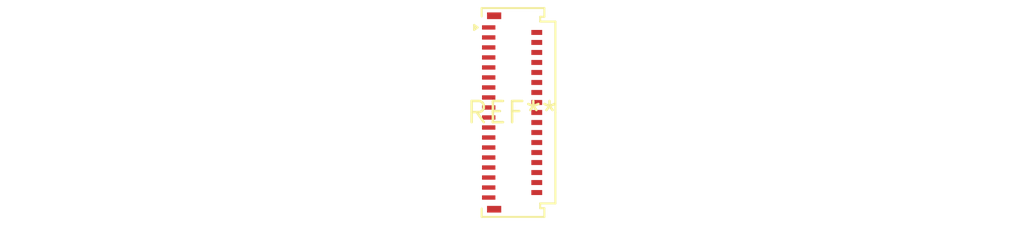
<source format=kicad_pcb>
(kicad_pcb (version 20240108) (generator pcbnew)
  (layers (0 "F.Cu" signal) (31 "B.Cu" signal) (34 "B.Paste" user) (35 "F.Paste" user) (36 "B.SilkS" user "B.Silkscreen") (37 "F.SilkS" user "F.Silkscreen") (38 "B.Mask" user) (39 "F.Mask" user) (44 "Edge.Cuts" user))
  (net 0 "")
  (footprint "Molex_502250-3591_2Rows-35Pins-1MP_P0.60mm_Horizontal" (layer "F.Cu") (at 0 0)
    (property "Reference" "REF**")
    (property "Value" "Molex_502250-3591_2Rows-35Pins-1MP_P0.60mm_Horizontal")
    (fp_line (start -2.272132 -5.25) (end -2.06 -5.1) (layer "F.SilkS") (stroke (width 0.12)))
    (fp_line (start -2.272132 -4.95) (end -2.272132 -5.25) (layer "F.SilkS") (stroke (width 0.12)))
    (fp_line (start -2.06 -5.1) (end -2.272132 -4.95) (layer "F.SilkS") (stroke (width 0.12)))
    (fp_line (start -1.82 -6.26) (end 1.93 -6.26) (layer "F.SilkS") (stroke (width 0.12)))
    (fp_line (start -1.82 -5.76) (end -1.82 -6.26) (layer "F.SilkS") (stroke (width 0.12)))
    (fp_line (start -1.82 5.76) (end -1.82 6.26) (layer "F.SilkS") (stroke (width 0.12)))
    (fp_line (start -1.82 6.26) (end 1.93 6.26) (layer "F.SilkS") (stroke (width 0.12)))
    (fp_line (start 1.68 -5.74) (end 1.68 -5.45) (layer "F.SilkS") (stroke (width 0.12)))
    (fp_line (start 1.68 -5.45) (end 2.59 -5.45) (layer "F.SilkS") (stroke (width 0.12)))
    (fp_line (start 1.68 5.45) (end 2.59 5.45) (layer "F.SilkS") (stroke (width 0.12)))
    (fp_line (start 1.68 5.74) (end 1.68 5.45) (layer "F.SilkS") (stroke (width 0.12)))
    (fp_line (start 1.93 -6.26) (end 1.93 -5.74) (layer "F.SilkS") (stroke (width 0.12)))
    (fp_line (start 1.93 -5.74) (end 1.68 -5.74) (layer "F.SilkS") (stroke (width 0.12)))
    (fp_line (start 1.93 5.74) (end 1.68 5.74) (layer "F.SilkS") (stroke (width 0.12)))
    (fp_line (start 1.93 6.26) (end 1.93 5.74) (layer "F.SilkS") (stroke (width 0.12)))
    (fp_line (start 2.59 -5.45) (end 2.59 0) (layer "F.SilkS") (stroke (width 0.12)))
    (fp_line (start 2.59 5.45) (end 2.59 0) (layer "F.SilkS") (stroke (width 0.12)))
    (pad "1" smd rect (at -1.4 -5.1) (size 0.8 0.26) (layers "F.Cu" "F.Paste" "F.Mask"))
    (pad "2" smd rect (at 1.475 -4.8) (size 0.65 0.3) (layers "F.Cu" "F.Paste" "F.Mask"))
    (pad "3" smd rect (at -1.4 -4.5) (size 0.8 0.26) (layers "F.Cu" "F.Paste" "F.Mask"))
    (pad "4" smd rect (at 1.475 -4.2) (size 0.65 0.3) (layers "F.Cu" "F.Paste" "F.Mask"))
    (pad "5" smd rect (at -1.4 -3.9) (size 0.8 0.26) (layers "F.Cu" "F.Paste" "F.Mask"))
    (pad "6" smd rect (at 1.475 -3.6) (size 0.65 0.3) (layers "F.Cu" "F.Paste" "F.Mask"))
    (pad "7" smd rect (at -1.4 -3.3) (size 0.8 0.26) (layers "F.Cu" "F.Paste" "F.Mask"))
    (pad "8" smd rect (at 1.475 -3) (size 0.65 0.3) (layers "F.Cu" "F.Paste" "F.Mask"))
    (pad "9" smd rect (at -1.4 -2.7) (size 0.8 0.26) (layers "F.Cu" "F.Paste" "F.Mask"))
    (pad "10" smd rect (at 1.475 -2.4) (size 0.65 0.3) (layers "F.Cu" "F.Paste" "F.Mask"))
    (pad "11" smd rect (at -1.4 -2.1) (size 0.8 0.26) (layers "F.Cu" "F.Paste" "F.Mask"))
    (pad "12" smd rect (at 1.475 -1.8) (size 0.65 0.3) (layers "F.Cu" "F.Paste" "F.Mask"))
    (pad "13" smd rect (at -1.4 -1.5) (size 0.8 0.26) (layers "F.Cu" "F.Paste" "F.Mask"))
    (pad "14" smd rect (at 1.475 -1.2) (size 0.65 0.3) (layers "F.Cu" "F.Paste" "F.Mask"))
    (pad "15" smd rect (at -1.4 -0.9) (size 0.8 0.26) (layers "F.Cu" "F.Paste" "F.Mask"))
    (pad "16" smd rect (at 1.475 -0.6) (size 0.65 0.3) (layers "F.Cu" "F.Paste" "F.Mask"))
    (pad "17" smd rect (at -1.4 -0.3) (size 0.8 0.26) (layers "F.Cu" "F.Paste" "F.Mask"))
    (pad "18" smd rect (at 1.475 0) (size 0.65 0.3) (layers "F.Cu" "F.Paste" "F.Mask"))
    (pad "19" smd rect (at -1.4 0.3) (size 0.8 0.26) (layers "F.Cu" "F.Paste" "F.Mask"))
    (pad "20" smd rect (at 1.475 0.6) (size 0.65 0.3) (layers "F.Cu" "F.Paste" "F.Mask"))
    (pad "21" smd rect (at -1.4 0.9) (size 0.8 0.26) (layers "F.Cu" "F.Paste" "F.Mask"))
    (pad "22" smd rect (at 1.475 1.2) (size 0.65 0.3) (layers "F.Cu" "F.Paste" "F.Mask"))
    (pad "23" smd rect (at -1.4 1.5) (size 0.8 0.26) (layers "F.Cu" "F.Paste" "F.Mask"))
    (pad "24" smd rect (at 1.475 1.8) (size 0.65 0.3) (layers "F.Cu" "F.Paste" "F.Mask"))
    (pad "25" smd rect (at -1.4 2.1) (size 0.8 0.26) (layers "F.Cu" "F.Paste" "F.Mask"))
    (pad "26" smd rect (at 1.475 2.4) (size 0.65 0.3) (layers "F.Cu" "F.Paste" "F.Mask"))
    (pad "27" smd rect (at -1.4 2.7) (size 0.8 0.26) (layers "F.Cu" "F.Paste" "F.Mask"))
    (pad "28" smd rect (at 1.475 3) (size 0.65 0.3) (layers "F.Cu" "F.Paste" "F.Mask"))
    (pad "29" smd rect (at -1.4 3.3) (size 0.8 0.26) (layers "F.Cu" "F.Paste" "F.Mask"))
    (pad "30" smd rect (at 1.475 3.6) (size 0.65 0.3) (layers "F.Cu" "F.Paste" "F.Mask"))
    (pad "31" smd rect (at -1.4 3.9) (size 0.8 0.26) (layers "F.Cu" "F.Paste" "F.Mask"))
    (pad "32" smd rect (at 1.475 4.2) (size 0.65 0.3) (layers "F.Cu" "F.Paste" "F.Mask"))
    (pad "33" smd rect (at -1.4 4.5) (size 0.8 0.26) (layers "F.Cu" "F.Paste" "F.Mask"))
    (pad "34" smd rect (at 1.475 4.8) (size 0.65 0.3) (layers "F.Cu" "F.Paste" "F.Mask"))
    (pad "35" smd rect (at -1.4 5.1) (size 0.8 0.26) (layers "F.Cu" "F.Paste" "F.Mask"))
    (pad "MP" smd rect (at -1.075 -5.8) (size 0.85 0.4) (layers "F.Cu" "F.Paste" "F.Mask"))
    (pad "MP" smd rect (at -1.075 5.8) (size 0.85 0.4) (layers "F.Cu" "F.Paste" "F.Mask"))
  )
)
</source>
